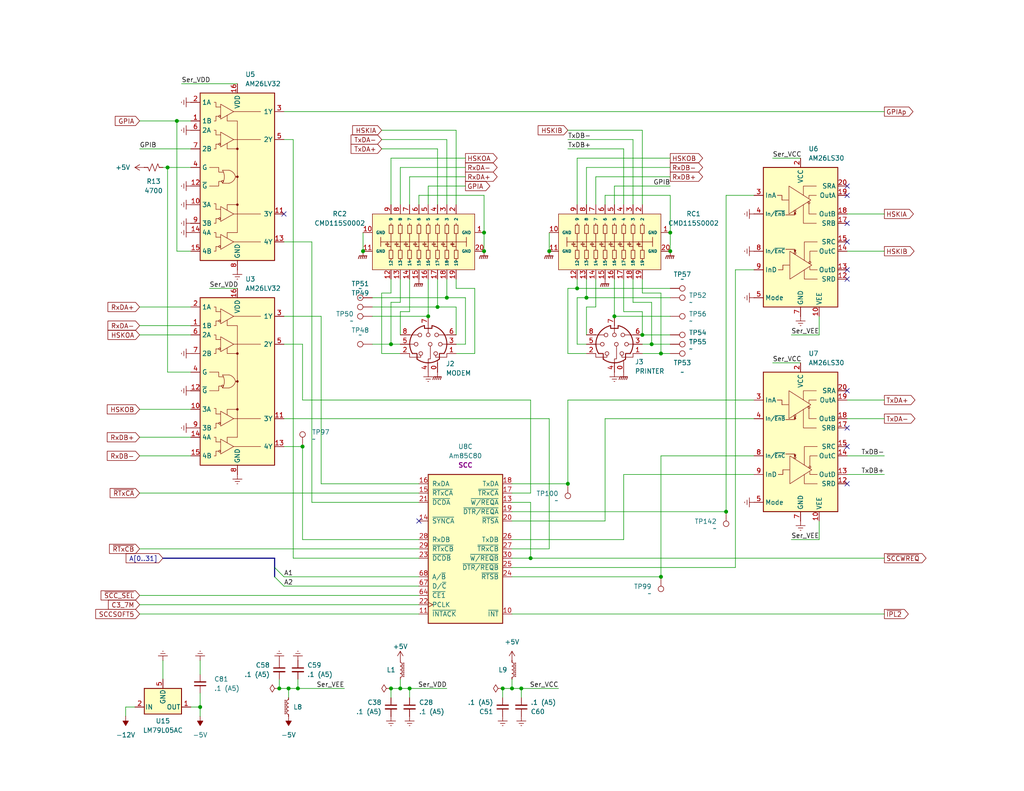
<source format=kicad_sch>
(kicad_sch (version 20250114) (generator "eeschema") (generator_version "9.0")
  (paper "USLetter")
  (title_block (title "Macintosh Classic II") (date "2025-05-29") (company "Apple Computer") (comment 1 "drawn by Bradley Bell"))
  (junction (at 81.28 187.96))
  (junction (at 182.88 68.58))
  (junction (at 121.92 81.28))
  (junction (at 139.7 187.96))
  (junction (at 132.08 63.5))
  (junction (at 116.84 86.36))
  (junction (at 167.64 86.36))
  (junction (at 132.08 68.58))
  (junction (at 76.2 187.96))
  (junction (at 182.88 63.5))
  (junction (at 180.34 96.52))
  (junction (at 154.94 132.08))
  (junction (at 175.26 91.44))
  (junction (at 137.16 187.96))
  (junction (at 119.38 83.82))
  (junction (at 106.68 93.98))
  (junction (at 106.68 187.96))
  (junction (at 111.76 187.96))
  (junction (at 160.02 81.28))
  (junction (at 54.61 193.04))
  (junction (at 82.55 121.92))
  (junction (at 45.72 45.72))
  (junction (at 142.24 187.96))
  (junction (at 177.8 93.98))
  (junction (at 149.86 68.58))
  (junction (at 99.06 68.58))
  (junction (at 198.12 139.7))
  (junction (at 180.34 157.48))
  (junction (at 109.22 187.96))
  (junction (at 144.78 152.4))
  (junction (at 157.48 78.74))
  (junction (at 78.74 187.96))
  (junction (at 48.26 33.02))
  (no_connect (at 231.14 132.08))
  (no_connect (at 231.14 50.8))
  (no_connect (at 231.14 116.84))
  (no_connect (at 231.14 76.2))
  (no_connect (at 114.3 142.24))
  (no_connect (at 231.14 60.96))
  (no_connect (at 231.14 53.34))
  (no_connect (at 231.14 66.04))
  (no_connect (at 77.47 58.42))
  (no_connect (at 231.14 106.68))
  (no_connect (at 231.14 73.66))
  (no_connect (at 231.14 121.92))
  (bus_entry (at 74.93 157.48) (size 2.54 2.54))
  (bus_entry (at 74.93 154.94) (size 2.54 2.54))
  (wire (pts (xy 109.22 85.09) (xy 111.76 85.09)))
  (wire (pts (xy 182.88 43.18) (xy 157.48 43.18)))
  (wire (pts (xy 76.2 187.96) (xy 78.74 187.96)))
  (wire (pts (xy 52.07 68.58) (xy 48.26 68.58)))
  (wire (pts (xy 139.7 187.96) (xy 142.24 187.96)))
  (wire (pts (xy 109.22 82.55) (xy 109.22 76.2)))
  (wire (pts (xy 82.55 93.98) (xy 77.47 93.98)))
  (wire (pts (xy 154.94 132.08) (xy 154.94 109.22)))
  (wire (pts (xy 139.7 167.64) (xy 241.3 167.64)))
  (wire (pts (xy 175.26 35.56) (xy 175.26 55.88)))
  (wire (pts (xy 77.47 38.1) (xy 80.01 38.1)))
  (wire (pts (xy 200.66 154.94) (xy 200.66 73.66)))
  (wire (pts (xy 165.1 55.88) (xy 165.1 53.34)))
  (wire (pts (xy 154.94 96.52) (xy 160.02 96.52)))
  (wire (pts (xy 52.07 101.6) (xy 45.72 101.6)))
  (wire (pts (xy 170.18 40.64) (xy 170.18 55.88)))
  (wire (pts (xy 182.88 96.52) (xy 180.34 96.52)))
  (wire (pts (xy 223.52 91.44) (xy 223.52 86.36)))
  (wire (pts (xy 139.7 139.7) (xy 198.12 139.7)))
  (wire (pts (xy 106.68 190.5) (xy 106.68 187.96)))
  (wire (pts (xy 160.02 83.82) (xy 162.56 83.82)))
  (wire (pts (xy 38.1 40.64) (xy 52.07 40.64)))
  (wire (pts (xy 154.94 38.1) (xy 172.72 38.1)))
  (wire (pts (xy 182.88 93.98) (xy 177.8 93.98)))
  (wire (pts (xy 44.45 185.42) (xy 44.45 180.34)))
  (wire (pts (xy 139.7 157.48) (xy 180.34 157.48)))
  (wire (pts (xy 77.47 121.92) (xy 82.55 121.92)))
  (wire (pts (xy 157.48 81.28) (xy 157.48 93.98)))
  (wire (pts (xy 175.26 80.01) (xy 175.26 76.2)))
  (wire (pts (xy 231.14 68.58) (xy 241.3 68.58)))
  (wire (pts (xy 157.48 78.74) (xy 182.88 78.74)))
  (wire (pts (xy 127 81.28) (xy 121.92 81.28)))
  (wire (pts (xy 99.06 63.5) (xy 99.06 68.58)))
  (wire (pts (xy 109.22 187.96) (xy 111.76 187.96)))
  (wire (pts (xy 129.54 96.52) (xy 129.54 78.74)))
  (wire (pts (xy 38.1 33.02) (xy 48.26 33.02)))
  (wire (pts (xy 85.09 66.04) (xy 85.09 137.16)))
  (wire (pts (xy 111.76 48.26) (xy 111.76 55.88)))
  (wire (pts (xy 139.7 185.42) (xy 139.7 187.96)))
  (wire (pts (xy 38.1 167.64) (xy 114.3 167.64)))
  (wire (pts (xy 182.88 45.72) (xy 160.02 45.72)))
  (wire (pts (xy 101.6 83.82) (xy 119.38 83.82)))
  (wire (pts (xy 215.9 147.32) (xy 223.52 147.32)))
  (wire (pts (xy 182.88 63.5) (xy 182.88 68.58)))
  (wire (pts (xy 160.02 45.72) (xy 160.02 55.88)))
  (wire (pts (xy 77.47 30.48) (xy 241.3 30.48)))
  (wire (pts (xy 144.78 134.62) (xy 139.7 134.62)))
  (wire (pts (xy 182.88 86.36) (xy 167.64 86.36)))
  (wire (pts (xy 119.38 40.64) (xy 119.38 55.88)))
  (wire (pts (xy 172.72 38.1) (xy 172.72 55.88)))
  (wire (pts (xy 144.78 109.22) (xy 144.78 134.62)))
  (wire (pts (xy 132.08 53.34) (xy 132.08 63.5)))
  (wire (pts (xy 116.84 86.36) (xy 116.84 76.2)))
  (wire (pts (xy 104.14 96.52) (xy 109.22 96.52)))
  (wire (pts (xy 38.1 134.62) (xy 114.3 134.62)))
  (wire (pts (xy 127 93.98) (xy 127 81.28)))
  (wire (pts (xy 210.82 99.06) (xy 218.44 99.06)))
  (wire (pts (xy 109.22 91.44) (xy 109.22 85.09)))
  (wire (pts (xy 149.86 114.3) (xy 149.86 149.86)))
  (wire (pts (xy 129.54 78.74) (xy 124.46 78.74)))
  (wire (pts (xy 81.28 185.42) (xy 81.28 187.96)))
  (wire (pts (xy 82.55 109.22) (xy 144.78 109.22)))
  (wire (pts (xy 154.94 109.22) (xy 205.74 109.22)))
  (wire (pts (xy 87.63 86.36) (xy 87.63 132.08)))
  (wire (pts (xy 157.48 78.74) (xy 157.48 76.2)))
  (wire (pts (xy 154.94 78.74) (xy 157.48 78.74)))
  (wire (pts (xy 154.94 40.64) (xy 170.18 40.64)))
  (wire (pts (xy 106.68 43.18) (xy 106.68 55.88)))
  (wire (pts (xy 139.7 147.32) (xy 170.18 147.32)))
  (wire (pts (xy 76.2 185.42) (xy 76.2 187.96)))
  (wire (pts (xy 215.9 91.44) (xy 223.52 91.44)))
  (wire (pts (xy 54.61 189.23) (xy 54.61 193.04)))
  (wire (pts (xy 175.26 93.98) (xy 177.8 93.98)))
  (wire (pts (xy 77.47 160.02) (xy 114.3 160.02)))
  (wire (pts (xy 81.28 187.96) (xy 78.74 187.96)))
  (wire (pts (xy 114.3 55.88) (xy 114.3 53.34)))
  (wire (pts (xy 124.46 78.74) (xy 124.46 76.2)))
  (wire (pts (xy 154.94 78.74) (xy 154.94 96.52)))
  (wire (pts (xy 170.18 129.54) (xy 205.74 129.54)))
  (wire (pts (xy 106.68 80.01) (xy 106.68 76.2)))
  (wire (pts (xy 104.14 40.64) (xy 119.38 40.64)))
  (wire (pts (xy 165.1 53.34) (xy 182.88 53.34)))
  (wire (pts (xy 106.68 82.55) (xy 109.22 82.55)))
  (wire (pts (xy 180.34 124.46) (xy 205.74 124.46)))
  (wire (pts (xy 48.26 33.02) (xy 52.07 33.02)))
  (wire (pts (xy 49.53 22.86) (xy 64.77 22.86)))
  (wire (pts (xy 85.09 137.16) (xy 114.3 137.16)))
  (wire (pts (xy 57.15 78.74) (xy 64.77 78.74)))
  (wire (pts (xy 124.46 91.44) (xy 124.46 83.82)))
  (wire (pts (xy 82.55 121.92) (xy 82.55 147.32)))
  (wire (pts (xy 180.34 96.52) (xy 180.34 80.01)))
  (wire (pts (xy 106.68 82.55) (xy 106.68 93.98)))
  (wire (pts (xy 109.22 45.72) (xy 109.22 55.88)))
  (wire (pts (xy 111.76 85.09) (xy 111.76 76.2)))
  (wire (pts (xy 127 48.26) (xy 111.76 48.26)))
  (wire (pts (xy 167.64 50.8) (xy 167.64 55.88)))
  (wire (pts (xy 124.46 83.82) (xy 119.38 83.82)))
  (wire (pts (xy 44.45 45.72) (xy 45.72 45.72)))
  (wire (pts (xy 82.55 109.22) (xy 82.55 93.98)))
  (wire (pts (xy 38.1 88.9) (xy 52.07 88.9)))
  (wire (pts (xy 172.72 82.55) (xy 172.72 76.2)))
  (wire (pts (xy 87.63 132.08) (xy 114.3 132.08)))
  (wire (pts (xy 38.1 83.82) (xy 52.07 83.82)))
  (wire (pts (xy 104.14 80.01) (xy 104.14 96.52)))
  (wire (pts (xy 127 50.8) (xy 116.84 50.8)))
  (bus (pts (xy 74.93 152.4) (xy 74.93 154.94)))
  (wire (pts (xy 38.1 165.1) (xy 114.3 165.1)))
  (wire (pts (xy 142.24 190.5) (xy 142.24 187.96)))
  (wire (pts (xy 231.14 124.46) (xy 241.3 124.46)))
  (wire (pts (xy 177.8 82.55) (xy 172.72 82.55)))
  (wire (pts (xy 142.24 187.96) (xy 152.4 187.96)))
  (wire (pts (xy 34.29 193.04) (xy 36.83 193.04)))
  (wire (pts (xy 121.92 81.28) (xy 121.92 76.2)))
  (wire (pts (xy 157.48 93.98) (xy 160.02 93.98)))
  (wire (pts (xy 38.1 124.46) (xy 52.07 124.46)))
  (wire (pts (xy 38.1 91.44) (xy 52.07 91.44)))
  (wire (pts (xy 160.02 81.28) (xy 157.48 81.28)))
  (wire (pts (xy 111.76 190.5) (xy 111.76 187.96)))
  (wire (pts (xy 177.8 93.98) (xy 177.8 82.55)))
  (wire (pts (xy 121.92 38.1) (xy 121.92 55.88)))
  (wire (pts (xy 231.14 109.22) (xy 241.3 109.22)))
  (wire (pts (xy 170.18 85.09) (xy 170.18 76.2)))
  (wire (pts (xy 109.22 185.42) (xy 109.22 187.96)))
  (wire (pts (xy 139.7 142.24) (xy 165.1 142.24)))
  (wire (pts (xy 162.56 48.26) (xy 162.56 55.88)))
  (wire (pts (xy 104.14 38.1) (xy 121.92 38.1)))
  (wire (pts (xy 170.18 147.32) (xy 170.18 129.54)))
  (wire (pts (xy 198.12 53.34) (xy 205.74 53.34)))
  (wire (pts (xy 80.01 38.1) (xy 80.01 152.4)))
  (wire (pts (xy 160.02 91.44) (xy 160.02 83.82)))
  (wire (pts (xy 182.88 48.26) (xy 162.56 48.26)))
  (wire (pts (xy 182.88 81.28) (xy 160.02 81.28)))
  (wire (pts (xy 54.61 180.34) (xy 54.61 184.15)))
  (wire (pts (xy 175.26 85.09) (xy 170.18 85.09)))
  (wire (pts (xy 116.84 50.8) (xy 116.84 55.88)))
  (wire (pts (xy 54.61 193.04) (xy 52.07 193.04)))
  (wire (pts (xy 160.02 81.28) (xy 160.02 76.2)))
  (wire (pts (xy 137.16 187.96) (xy 139.7 187.96)))
  (wire (pts (xy 180.34 157.48) (xy 180.34 124.46)))
  (wire (pts (xy 144.78 137.16) (xy 139.7 137.16)))
  (bus (pts (xy 74.93 154.94) (xy 74.93 157.48)))
  (wire (pts (xy 38.1 119.38) (xy 52.07 119.38)))
  (wire (pts (xy 101.6 93.98) (xy 106.68 93.98)))
  (wire (pts (xy 106.68 93.98) (xy 109.22 93.98)))
  (wire (pts (xy 104.14 35.56) (xy 124.46 35.56)))
  (wire (pts (xy 144.78 152.4) (xy 241.3 152.4)))
  (wire (pts (xy 157.48 43.18) (xy 157.48 55.88)))
  (wire (pts (xy 154.94 35.56) (xy 175.26 35.56)))
  (wire (pts (xy 124.46 35.56) (xy 124.46 55.88)))
  (wire (pts (xy 144.78 152.4) (xy 144.78 137.16)))
  (wire (pts (xy 210.82 43.18) (xy 218.44 43.18)))
  (wire (pts (xy 121.92 187.96) (xy 111.76 187.96)))
  (wire (pts (xy 124.46 96.52) (xy 129.54 96.52)))
  (wire (pts (xy 167.64 86.36) (xy 167.64 76.2)))
  (wire (pts (xy 77.47 66.04) (xy 85.09 66.04)))
  (wire (pts (xy 231.14 114.3) (xy 241.3 114.3)))
  (wire (pts (xy 80.01 152.4) (xy 114.3 152.4)))
  (wire (pts (xy 77.47 157.48) (xy 114.3 157.48)))
  (wire (pts (xy 34.29 195.58) (xy 34.29 193.04)))
  (wire (pts (xy 48.26 33.02) (xy 48.26 68.58)))
  (wire (pts (xy 82.55 147.32) (xy 114.3 147.32)))
  (wire (pts (xy 127 43.18) (xy 106.68 43.18)))
  (wire (pts (xy 114.3 53.34) (xy 132.08 53.34)))
  (wire (pts (xy 139.7 132.08) (xy 154.94 132.08)))
  (wire (pts (xy 231.14 58.42) (xy 241.3 58.42)))
  (bus (pts (xy 44.45 152.4) (xy 74.93 152.4)))
  (wire (pts (xy 78.74 190.5) (xy 78.74 187.96)))
  (wire (pts (xy 54.61 195.58) (xy 54.61 193.04)))
  (wire (pts (xy 77.47 114.3) (xy 149.86 114.3)))
  (wire (pts (xy 162.56 83.82) (xy 162.56 76.2)))
  (wire (pts (xy 182.88 50.8) (xy 167.64 50.8)))
  (wire (pts (xy 101.6 81.28) (xy 121.92 81.28)))
  (wire (pts (xy 124.46 93.98) (xy 127 93.98)))
  (wire (pts (xy 182.88 53.34) (xy 182.88 63.5)))
  (wire (pts (xy 149.86 63.5) (xy 149.86 68.58)))
  (wire (pts (xy 139.7 154.94) (xy 200.66 154.94)))
  (wire (pts (xy 38.1 111.76) (xy 52.07 111.76)))
  (wire (pts (xy 182.88 91.44) (xy 175.26 91.44)))
  (wire (pts (xy 45.72 101.6) (xy 45.72 45.72)))
  (wire (pts (xy 109.22 187.96) (xy 106.68 187.96)))
  (wire (pts (xy 38.1 162.56) (xy 114.3 162.56)))
  (wire (pts (xy 200.66 73.66) (xy 205.74 73.66)))
  (wire (pts (xy 175.26 96.52) (xy 180.34 96.52)))
  (wire (pts (xy 101.6 86.36) (xy 116.84 86.36)))
  (wire (pts (xy 223.52 147.32) (xy 223.52 142.24)))
  (wire (pts (xy 137.16 190.5) (xy 137.16 187.96)))
  (wire (pts (xy 165.1 114.3) (xy 165.1 142.24)))
  (wire (pts (xy 198.12 53.34) (xy 198.12 139.7)))
  (wire (pts (xy 45.72 45.72) (xy 52.07 45.72)))
  (wire (pts (xy 132.08 63.5) (xy 132.08 68.58)))
  (wire (pts (xy 77.47 86.36) (xy 87.63 86.36)))
  (wire (pts (xy 119.38 83.82) (xy 119.38 76.2)))
  (wire (pts (xy 104.14 80.01) (xy 106.68 80.01)))
  (wire (pts (xy 127 45.72) (xy 109.22 45.72)))
  (wire (pts (xy 175.26 91.44) (xy 175.26 85.09)))
  (wire (pts (xy 144.78 152.4) (xy 139.7 152.4)))
  (wire (pts (xy 149.86 149.86) (xy 139.7 149.86)))
  (wire (pts (xy 180.34 80.01) (xy 175.26 80.01)))
  (wire (pts (xy 81.28 187.96) (xy 93.98 187.96)))
  (wire (pts (xy 231.14 129.54) (xy 241.3 129.54)))
  (wire (pts (xy 38.1 149.86) (xy 114.3 149.86)))
  (wire (pts (xy 165.1 114.3) (xy 205.74 114.3)))
  (label "GPIB" (at 38.1 40.64 0))
  (label "Ser_VEE" (at 93.98 187.96 180))
  (label "Ser_VCC" (at 210.82 43.18 0))
  (label "TxDB+" (at 154.94 40.64 0))
  (label "A2" (at 77.47 160.02 0))
  (label "TxDB+" (at 241.3 129.54 180))
  (label "A1" (at 77.47 157.48 0))
  (label "Ser_VDD" (at 49.53 22.86 0))
  (label "Ser_VCC" (at 210.82 99.06 0))
  (label "Ser_VDD" (at 57.15 78.74 0))
  (label "TxDB-" (at 241.3 124.46 180))
  (label "Ser_VEE" (at 215.9 91.44 0))
  (label "Ser_VCC" (at 152.4 187.96 180))
  (label "TxDB-" (at 154.94 38.1 0))
  (label "GPIB" (at 182.88 50.8 180))
  (label "Ser_VEE" (at 215.9 147.32 0))
  (label "Ser_VDD" (at 121.92 187.96 180))
  (global_label "HSKOA" (shape input) (at 38.1 91.44 180) (property "Intersheetrefs" "${INTERSHEET_REFS}" (at 28.8857 91.44 0) (effects (justify right))))
  (global_label "RxDB+" (shape input) (at 38.1 119.38 180) (property "Intersheetrefs" "${INTERSHEET_REFS}" (at 28.7043 119.38 0) (effects (justify right))))
  (global_label "~{RTxCB}" (shape input) (at 38.1 149.86 180) (property "Intersheetrefs" "${INTERSHEET_REFS}" (at 29.3091 149.86 0) (effects (justify right))))
  (global_label "TxDA+" (shape input) (at 104.14 40.64 180) (property "Intersheetrefs" "${INTERSHEET_REFS}" (at 95.2281 40.64 0) (effects (justify right))))
  (global_label "HSKOB" (shape output) (at 182.88 43.18 0) (property "Intersheetrefs" "${INTERSHEET_REFS}" (at 192.2757 43.18 0) (effects (justify left))))
  (global_label "RxDB-" (shape input) (at 38.1 124.46 180) (property "Intersheetrefs" "${INTERSHEET_REFS}" (at 28.7043 124.46 0) (effects (justify right))))
  (global_label "HSKOB" (shape input) (at 38.1 111.76 180) (property "Intersheetrefs" "${INTERSHEET_REFS}" (at 28.7043 111.76 0) (effects (justify right))))
  (global_label "~{IPL2}" (shape output) (at 241.3 167.64 0) (property "Intersheetrefs" "${INTERSHEET_REFS}" (at 248.3976 167.64 0) (effects (justify left))))
  (global_label "HSKIB" (shape input) (at 154.94 35.56 180) (property "Intersheetrefs" "${INTERSHEET_REFS}" (at 146.27 35.56 0) (effects (justify right))))
  (global_label "TxDA+" (shape output) (at 241.3 109.22 0) (property "Intersheetrefs" "${INTERSHEET_REFS}" (at 250.2119 109.22 0) (effects (justify left))))
  (global_label "HSKIB" (shape output) (at 241.3 68.58 0) (property "Intersheetrefs" "${INTERSHEET_REFS}" (at 249.97 68.58 0) (effects (justify left))))
  (global_label "RxDB+" (shape output) (at 182.88 48.26 0) (property "Intersheetrefs" "${INTERSHEET_REFS}" (at 192.2757 48.26 0) (effects (justify left))))
  (global_label "RxDB-" (shape output) (at 182.88 45.72 0) (property "Intersheetrefs" "${INTERSHEET_REFS}" (at 192.2757 45.72 0) (effects (justify left))))
  (global_label "C3_7M" (shape input) (at 38.1 165.1 180) (property "Intersheetrefs" "${INTERSHEET_REFS}" (at 29.0068 165.1 0) (effects (justify right))))
  (global_label "HSKIA" (shape output) (at 241.3 58.42 0) (property "Intersheetrefs" "${INTERSHEET_REFS}" (at 249.7886 58.42 0) (effects (justify left))))
  (global_label "~{SCC_SEL}" (shape input) (at 38.1 162.56 180) (property "Intersheetrefs" "${INTERSHEET_REFS}" (at 27.0111 162.56 0) (effects (justify right))))
  (global_label "RxDA+" (shape output) (at 127 48.26 0) (property "Intersheetrefs" "${INTERSHEET_REFS}" (at 136.2143 48.26 0) (effects (justify left))))
  (global_label "GPIA" (shape input) (at 38.1 33.02 180) (property "Intersheetrefs" "${INTERSHEET_REFS}" (at 30.8814 33.02 0) (effects (justify right))))
  (global_label "SCCSOFT5" (shape input) (at 38.1 167.64 180) (property "Intersheetrefs" "${INTERSHEET_REFS}" (at 25.5596 167.64 0) (effects (justify right))))
  (global_label "GPIAp" (shape output) (at 241.3 30.48 0) (property "Intersheetrefs" "${INTERSHEET_REFS}" (at 249.6676 30.48 0) (effects (justify left))))
  (global_label "TxDA-" (shape input) (at 104.14 38.1 180) (property "Intersheetrefs" "${INTERSHEET_REFS}" (at 95.2281 38.1 0) (effects (justify right))))
  (global_label "RxDA-" (shape input) (at 38.1 88.9 180) (property "Intersheetrefs" "${INTERSHEET_REFS}" (at 28.8857 88.9 0) (effects (justify right))))
  (global_label "RxDA-" (shape output) (at 127 45.72 0) (property "Intersheetrefs" "${INTERSHEET_REFS}" (at 136.2143 45.72 0) (effects (justify left))))
  (global_label "~{SCCWREQ}" (shape output) (at 241.3 152.4 0) (property "Intersheetrefs" "${INTERSHEET_REFS}" (at 253.2356 152.4 0) (effects (justify left))))
  (global_label "GPIA" (shape output) (at 127 50.8 0) (property "Intersheetrefs" "${INTERSHEET_REFS}" (at 134.2186 50.8 0) (effects (justify left))))
  (global_label "HSKIA" (shape input) (at 104.14 35.56 180) (property "Intersheetrefs" "${INTERSHEET_REFS}" (at 95.6514 35.56 0) (effects (justify right))))
  (global_label "A[0..31]" (shape input) (at 44.45 152.4 180) (property "Intersheetrefs" "${INTERSHEET_REFS}" (at 33.8447 152.4 0) (effects (justify right))))
  (global_label "~{RTxCA}" (shape input) (at 38.1 134.62 180) (property "Intersheetrefs" "${INTERSHEET_REFS}" (at 29.4905 134.62 0) (effects (justify right))))
  (global_label "TxDA-" (shape output) (at 241.3 114.3 0) (property "Intersheetrefs" "${INTERSHEET_REFS}" (at 250.2119 114.3 0) (effects (justify left))))
  (global_label "HSKOA" (shape output) (at 127 43.18 0) (property "Intersheetrefs" "${INTERSHEET_REFS}" (at 136.2143 43.18 0) (effects (justify left))))
  (global_label "RxDA+" (shape input) (at 38.1 83.82 180) (property "Intersheetrefs" "${INTERSHEET_REFS}" (at 28.8857 83.82 0) (effects (justify right))))
  (symbol (lib_id "power:GNDREF") (at 205.74 58.42 270) (mirror x) (unit 1)
    (property "Reference" "#PWR0125" (effects (hide yes)))
    (property "Value" "GND" (effects (hide yes)))
    (property "Description" "Power symbol creates a global label with name \"GNDREF\" , reference supply ground" (effects (hide yes)))
  )
  (symbol (lib_id "power:GNDREF") (at 64.77 129.54 0) (unit 1)
    (property "Reference" "#PWR0159" (effects (hide yes)))
    (property "Value" "GND" (effects (hide yes)))
    (property "Description" "Power symbol creates a global label with name \"GNDREF\" , reference supply ground" (effects (hide yes)))
  )
  (symbol (lib_id "power:GNDREF") (at 205.74 81.28 270) (mirror x) (unit 1)
    (property "Reference" "#PWR0129" (effects (hide yes)))
    (property "Value" "GND" (effects (hide yes)))
    (property "Description" "Power symbol creates a global label with name \"GNDREF\" , reference supply ground" (effects (hide yes)))
  )
  (symbol (lib_id "Device:C_Small") (at 137.16 193.04 180) (unit 1)
    (property "Reference" "C51" (at 134.62 194.3038 0) (effects (justify left)))
    (property "Value" ".1 (A5)" (at 134.62 191.7638 0) (effects (justify left)))
    (property "Footprint" "MyPackage:SMD_0603_1608Metric_Pad1.52x1.02mm" (effects (hide yes)))
    (property "Description" "Unpolarized capacitor, small symbol" (effects (hide yes)))
  )
  (symbol (lib_id "Interface:AM26LV32xD") (at 64.77 48.26 0) (unit 1)
    (property "Reference" "U5" (at 66.9133 20.32 0) (effects (justify left)))
    (property "Value" "AM26LV32" (at 66.9133 22.86 0) (effects (justify left)))
    (property "Footprint" "MyPackage:SOIC-16_4.55x10.3mm_P1.27mm_oval" (effects (hide yes)))
    (property "Datasheet" "http://www.ti.com/lit/ds/symlink/am26lv32.pdf" (effects (hide yes)))
    (property "Description" "32Mbps 3.3V RS485 Quad Line Receivers, SOIC-16" (effects (hide yes)))
  )
  (symbol (lib_id "power:-5V") (at 54.61 195.58 180) (unit 1)
    (property "Reference" "#PWR0197" (effects (hide yes)))
    (property "Value" "-5V" (at 54.61 200.66 0))
    (property "Description" "Power symbol creates a global label with name \"-5V\"" (effects (hide yes)))
  )
  (symbol (lib_id "power:GNDREF") (at 52.07 55.88 270) (unit 1)
    (property "Reference" "#PWR0152" (effects (hide yes)))
    (property "Value" "GND" (effects (hide yes)))
    (property "Description" "Power symbol creates a global label with name \"GNDREF\" , reference supply ground" (effects (hide yes)))
  )
  (symbol (lib_id "power:GNDREF") (at 52.07 27.94 270) (unit 1)
    (property "Reference" "#PWR0149" (effects (hide yes)))
    (property "Value" "GND" (effects (hide yes)))
    (property "Description" "Power symbol creates a global label with name \"GNDREF\" , reference supply ground" (effects (hide yes)))
  )
  (symbol (lib_id "Device:C_Small") (at 76.2 182.88 0) (mirror y) (unit 1)
    (property "Reference" "C58" (at 73.66 181.6162 0) (effects (justify left)))
    (property "Value" ".1 (A5)" (at 73.66 184.1562 0) (effects (justify left)))
    (property "Footprint" "MyPackage:SMD_0603_1608Metric_Pad1.52x1.02mm" (effects (hide yes)))
    (property "Description" "Unpolarized capacitor, small symbol" (effects (hide yes)))
  )
  (symbol (lib_id "power:GNDPWR") (at 132.08 68.58 0) (unit 1)
    (property "Reference" "#PWR0246" (effects (hide yes)))
    (property "Value" "GNDPWR" (effects (hide yes)))
    (property "Description" "Power symbol creates a global label with name \"GNDPWR\" , global ground" (effects (hide yes)))
  )
  (symbol (lib_id "power:-12V") (at 34.29 195.58 180) (unit 1)
    (property "Reference" "#PWR0222" (effects (hide yes)))
    (property "Value" "-12V" (at 34.29 200.66 0))
    (property "Description" "Power symbol creates a global label with name \"-12V\"" (effects (hide yes)))
  )
  (symbol (lib_id "power:GNDPWR") (at 149.86 68.58 0) (unit 1)
    (property "Reference" "#PWR0247" (effects (hide yes)))
    (property "Value" "GNDPWR" (effects (hide yes)))
    (property "Description" "Power symbol creates a global label with name \"GNDPWR\" , global ground" (effects (hide yes)))
  )
  (symbol (lib_id "power:GNDREF") (at 205.74 68.58 270) (mirror x) (unit 1)
    (property "Reference" "#PWR0126" (effects (hide yes)))
    (property "Value" "GND" (effects (hide yes)))
    (property "Description" "Power symbol creates a global label with name \"GNDREF\" , reference supply ground" (effects (hide yes)))
  )
  (symbol (lib_id "power:GNDREF") (at 205.74 137.16 270) (mirror x) (unit 1)
    (property "Reference" "#PWR0146" (effects (hide yes)))
    (property "Value" "GND" (effects (hide yes)))
    (property "Description" "Power symbol creates a global label with name \"GNDREF\" , reference supply ground" (effects (hide yes)))
  )
  (symbol (lib_id "Device:L_Ferrite_Small") (at 139.7 182.88 0) (mirror x) (unit 1)
    (property "Reference" "L9" (at 138.43 182.8799 0) (effects (justify right)))
    (property "Value" "L_Ferrite_Small" (effects (hide yes)))
    (property "Footprint" "MyPackage:L_2010_5025Metric_Pad2.0x2.2mm_HandSolder" (effects (hide yes)))
    (property "Description" "Inductor with ferrite core, small symbol" (effects (hide yes)))
  )
  (symbol (lib_id "power:GNDREF") (at 52.07 116.84 270) (unit 1)
    (property "Reference" "#PWR0156" (effects (hide yes)))
    (property "Value" "GND" (effects (hide yes)))
    (property "Description" "Power symbol creates a global label with name \"GNDREF\" , reference supply ground" (effects (hide yes)))
  )
  (symbol (lib_id "MyInterface:AM26LS30JC") (at 218.44 63.5 0) (unit 1) (convert 2)
    (property "Reference" "U6" (at 220.5833 40.64 0) (effects (justify left)))
    (property "Value" "AM26LS30" (at 220.5833 43.18 0) (effects (justify left)))
    (property "Footprint" "MyPackage:PLCC-20_rounded" (effects (hide yes)))
    (property "Description" "Dual Differential RS-422 Party Line/Quad Single Ended RS-423 Line Driver" (effects (hide yes)))
  )
  (symbol (lib_name "RC_Network_1") (lib_id "AppleASIC:RC_Network") (at 116.84 66.04 180) (unit 1)
    (property "Reference" "RC2" (at 92.71 58.3865 0))
    (property "Value" "CMD115S0002" (at 92.71 60.9265 0))
    (property "Footprint" "MyPackage:SOIC-20W_7.5x12.8mm_P1.27mm_RC" (effects (hide yes)))
    (property "Description" "Generic connector, double row, 02x10, counter clockwise pin numbering scheme (similar to DIP package numbering), script generated (kicad-library-utils/schlib/autogen/connector/)" (effects (hide yes)))
  )
  (symbol (lib_id "power:GNDREF") (at 142.24 195.58 0) (mirror y) (unit 1)
    (property "Reference" "#PWR0144" (effects (hide yes)))
    (property "Value" "GND" (effects (hide yes)))
    (property "Description" "Power symbol creates a global label with name \"GNDREF\" , reference supply ground" (effects (hide yes)))
  )
  (symbol (lib_id "power:GNDREF") (at 52.07 35.56 270) (unit 1)
    (property "Reference" "#PWR0150" (effects (hide yes)))
    (property "Value" "GND" (effects (hide yes)))
    (property "Description" "Power symbol creates a global label with name \"GNDREF\" , reference supply ground" (effects (hide yes)))
  )
  (symbol (lib_id "MyConnector:Mini-DIN-8_MountingHole") (at 167.64 93.98 0) (unit 1)
    (property "Reference" "J3" (at 173.228 98.806 0) (effects (justify left)))
    (property "Value" "PRINTER" (at 173.228 101.346 0) (effects (justify left)))
    (property "Footprint" "Connector_Imports:TE_5749268-1_MINI_DIN_8_RA_Shield" (effects (hide yes)))
    (property "Datasheet" "http://service.powerdynamics.com/ec/Catalog17/Section%2011.pdf" (effects (hide yes)))
    (property "Description" "8-pin Mini-DIN connector" (effects (hide yes)))
  )
  (symbol (lib_id "Regulator_Linear:L79L05_SO8") (at 44.45 193.04 0) (unit 1)
    (property "Reference" "U15" (at 44.45 196.85 0))
    (property "Value" "LM79L05AC" (at 44.45 199.39 0))
    (property "Footprint" "MyPackage:SOIC-8_3.9x4.9mm_P1.27mm_oval" (effects (hide yes)))
    (property "Datasheet" "http://www.farnell.com/datasheets/1827870.pdf" (effects (hide yes)))
    (property "Description" "Negative 100mA -30V Linear Regulator, Fixed Output -5V, SO-8" (effects (hide yes)))
  )
  (symbol (lib_id "Device:C_Small") (at 111.76 193.04 0) (unit 1)
    (property "Reference" "C28" (at 114.3 191.7762 0) (effects (justify left)))
    (property "Value" ".1 (A5)" (at 114.3 194.3162 0) (effects (justify left)))
    (property "Footprint" "MyPackage:SMD_0603_1608Metric_Pad1.52x1.02mm" (effects (hide yes)))
    (property "Description" "Unpolarized capacitor, small symbol" (effects (hide yes)))
  )
  (symbol (lib_id "Interface:AM26LV32xD") (at 64.77 104.14 0) (unit 1)
    (property "Reference" "U3" (at 66.9133 76.2 0) (effects (justify left)))
    (property "Value" "AM26LV32" (at 66.9133 78.74 0) (effects (justify left)))
    (property "Footprint" "MyPackage:SOIC-16_4.55x10.3mm_P1.27mm_oval" (effects (hide yes)))
    (property "Datasheet" "http://www.ti.com/lit/ds/symlink/am26lv32.pdf" (effects (hide yes)))
    (property "Description" "32Mbps 3.3V RS485 Quad Line Receivers, SOIC-16" (effects (hide yes)))
  )
  (symbol (lib_id "power:GNDPWR") (at 165.1 76.2 0) (unit 1)
    (property "Reference" "#PWR0249" (effects (hide yes)))
    (property "Value" "GNDPWR" (effects (hide yes)))
    (property "Description" "Power symbol creates a global label with name \"GNDPWR\" , global ground" (effects (hide yes)))
  )
  (symbol (lib_id "power:GNDREF") (at 137.16 195.58 0) (mirror y) (unit 1)
    (property "Reference" "#PWR0132" (effects (hide yes)))
    (property "Value" "GND" (effects (hide yes)))
    (property "Description" "Power symbol creates a global label with name \"GNDREF\" , reference supply ground" (effects (hide yes)))
  )
  (symbol (lib_id "Device:C_Small") (at 106.68 193.04 0) (unit 1)
    (property "Reference" "C38" (at 104.14 191.7762 0) (effects (justify right)))
    (property "Value" ".1 (A5)" (at 104.14 194.3162 0) (effects (justify right)))
    (property "Footprint" "MyPackage:SMD_0603_1608Metric_Pad1.52x1.02mm" (effects (hide yes)))
    (property "Description" "Unpolarized capacitor, small symbol" (effects (hide yes)))
  )
  (symbol (lib_id "Connector:TestPoint") (at 101.6 93.98 90) (unit 1)
    (property "Reference" "TP48" (at 98.298 90.17 90))
    (property "Value" "~" (at 98.298 91.44 90))
    (property "Footprint" "MyPackage:TestPoint_THTPad_D1.0mm_Drill0.5mm" (effects (hide yes)))
    (property "Description" "test point" (effects (hide yes)))
  )
  (symbol (lib_id "MyConnector:Mini-DIN-8_MountingHole") (at 116.84 93.98 0) (unit 1)
    (property "Reference" "J2" (at 121.666 99.314 0) (effects (justify left)))
    (property "Value" "MODEM" (at 121.666 101.854 0) (effects (justify left)))
    (property "Footprint" "Connector_Imports:TE_5749268-1_MINI_DIN_8_RA_Shield" (effects (hide yes)))
    (property "Datasheet" "http://service.powerdynamics.com/ec/Catalog17/Section%2011.pdf" (effects (hide yes)))
    (property "Description" "8-pin Mini-DIN connector" (effects (hide yes)))
  )
  (symbol (lib_id "Connector:TestPoint") (at 182.88 96.52 270) (mirror x) (unit 1)
    (property "Reference" "TP53" (at 186.182 99.06 90))
    (property "Value" "~" (at 186.182 101.6 90))
    (property "Footprint" "MyPackage:TestPoint_THTPad_D1.0mm_Drill0.5mm" (effects (hide yes)))
    (property "Description" "test point" (effects (hide yes)))
  )
  (symbol (lib_id "Device:C_Small") (at 142.24 193.04 0) (mirror x) (unit 1)
    (property "Reference" "C60" (at 144.78 194.3038 0) (effects (justify left)))
    (property "Value" ".1 (A5)" (at 144.78 191.7638 0) (effects (justify left)))
    (property "Footprint" "MyPackage:SMD_0603_1608Metric_Pad1.52x1.02mm" (effects (hide yes)))
    (property "Description" "Unpolarized capacitor, small symbol" (effects (hide yes)))
  )
  (symbol (lib_id "Device:L_Ferrite_Small") (at 109.22 182.88 0) (mirror x) (unit 1)
    (property "Reference" "L1" (at 107.95 182.8799 0) (effects (justify right)))
    (property "Value" "L_Ferrite_Small" (effects (hide yes)))
    (property "Footprint" "MyPackage:L_2010_5025Metric_Pad2.0x2.2mm_HandSolder" (effects (hide yes)))
    (property "Description" "Inductor with ferrite core, small symbol" (effects (hide yes)))
  )
  (symbol (lib_id "MyInterface:Am85C80") (at 127 149.86 0) (unit 3)
    (property "Reference" "U8" (at 127 121.92 0))
    (property "Value" "Am85C80" (at 127 124.46 0))
    (property "Footprint" "Package_LCC:PLCC-68_24.2x24.2mm_P1.27mm" (effects (hide yes)))
    (property "Description" "SCSI, SCC Common Signals" (effects (hide yes)))
    (property "Desc2" "SCSI" (effects (hide yes)))
    (property "Desc" "SCC" (at 127 127 0) (effects (font (thickness 0.254) (bold yes))))
  )
  (symbol (lib_id "power:-5V") (at 78.74 195.58 180) (unit 1)
    (property "Reference" "#PWR0233" (effects (hide yes)))
    (property "Value" "-5V" (at 78.74 200.66 0))
    (property "Description" "Power symbol creates a global label with name \"-5V\"" (effects (hide yes)))
  )
  (symbol (lib_id "Connector:TestPoint") (at 180.34 157.48 0) (mirror x) (unit 1)
    (property "Reference" "TP99" (at 177.8 160.1469 0) (effects (justify right)))
    (property "Value" "~" (at 177.8 162.052 0) (effects (justify right)))
    (property "Footprint" "MyPackage:TestPoint_THTPad_D1.0mm_Drill0.5mm" (effects (hide yes)))
    (property "Description" "test point" (effects (hide yes)))
  )
  (symbol (lib_id "power:GNDREF") (at 44.45 180.34 0) (mirror x) (unit 1)
    (property "Reference" "#PWR0170" (effects (hide yes)))
    (property "Value" "GND" (effects (hide yes)))
    (property "Description" "Power symbol creates a global label with name \"GNDREF\" , reference supply ground" (effects (hide yes)))
  )
  (symbol (lib_id "Connector:TestPoint") (at 198.12 139.7 0) (mirror x) (unit 1)
    (property "Reference" "TP142" (at 195.58 142.3669 0) (effects (justify right)))
    (property "Value" "~" (at 195.58 144.272 0) (effects (justify right)))
    (property "Footprint" "MyPackage:TestPoint_THTPad_D1.0mm_Drill0.5mm" (effects (hide yes)))
    (property "Description" "test point" (effects (hide yes)))
  )
  (symbol (lib_id "power:GNDREF") (at 81.28 180.34 0) (mirror x) (unit 1)
    (property "Reference" "#PWR0145" (effects (hide yes)))
    (property "Value" "GND" (effects (hide yes)))
    (property "Description" "Power symbol creates a global label with name \"GNDREF\" , reference supply ground" (effects (hide yes)))
  )
  (symbol (lib_id "Connector:TestPoint") (at 182.88 93.98 270) (mirror x) (unit 1)
    (property "Reference" "TP55" (at 187.96 93.3449 90) (effects (justify left)))
    (property "Value" "~" (at 187.96 95.25 90) (effects (justify left)))
    (property "Footprint" "MyPackage:TestPoint_THTPad_D1.0mm_Drill0.5mm" (effects (hide yes)))
    (property "Description" "test point" (effects (hide yes)))
  )
  (symbol (lib_id "Device:L_Ferrite_Small") (at 78.74 193.04 0) (mirror y) (unit 1)
    (property "Reference" "L8" (at 80.01 193.0399 0) (effects (justify right)))
    (property "Value" "L_Ferrite_Small" (effects (hide yes)))
    (property "Footprint" "MyPackage:L_2010_5025Metric_Pad2.0x2.2mm_HandSolder" (effects (hide yes)))
    (property "Description" "Inductor with ferrite core, small symbol" (effects (hide yes)))
  )
  (symbol (lib_id "Connector:TestPoint") (at 182.88 78.74 270) (mirror x) (unit 1)
    (property "Reference" "TP57" (at 186.182 74.93 90))
    (property "Value" "~" (at 186.182 76.2 90))
    (property "Footprint" "MyPackage:TestPoint_THTPad_D1.0mm_Drill0.5mm" (effects (hide yes)))
    (property "Description" "test point" (effects (hide yes)))
  )
  (symbol (lib_id "Device:C_Small") (at 54.61 186.69 180) (unit 1)
    (property "Reference" "C81" (at 58.42 185.4135 0) (effects (justify right)))
    (property "Value" ".1 (A5)" (at 58.42 187.9535 0) (effects (justify right)))
    (property "Footprint" "MyPackage:SMD_0603_1608Metric_Pad1.52x1.02mm" (effects (hide yes)))
    (property "Description" "Unpolarized capacitor, small symbol" (effects (hide yes)))
  )
  (symbol (lib_id "Connector:TestPoint") (at 101.6 81.28 90) (unit 1)
    (property "Reference" "TP51" (at 98.298 77.47 90))
    (property "Value" "~" (at 98.298 78.74 90))
    (property "Footprint" "MyPackage:TestPoint_THTPad_D1.0mm_Drill0.5mm" (effects (hide yes)))
    (property "Description" "test point" (effects (hide yes)))
  )
  (symbol (lib_id "power:GNDREF") (at 52.07 96.52 270) (unit 1)
    (property "Reference" "#PWR0155" (effects (hide yes)))
    (property "Value" "GND" (effects (hide yes)))
    (property "Description" "Power symbol creates a global label with name \"GNDREF\" , reference supply ground" (effects (hide yes)))
  )
  (symbol (lib_id "power:GNDREF") (at 111.76 195.58 0) (mirror y) (unit 1)
    (property "Reference" "#PWR0171" (effects (hide yes)))
    (property "Value" "GND" (effects (hide yes)))
    (property "Description" "Power symbol creates a global label with name \"GNDREF\" , reference supply ground" (effects (hide yes)))
  )
  (symbol (lib_id "Connector:TestPoint") (at 182.88 86.36 270) (mirror x) (unit 1)
    (property "Reference" "TP56" (at 187.96 85.7249 90) (effects (justify left)))
    (property "Value" "~" (at 187.96 87.63 90) (effects (justify left)))
    (property "Footprint" "MyPackage:TestPoint_THTPad_D1.0mm_Drill0.5mm" (effects (hide yes)))
    (property "Description" "test point" (effects (hide yes)))
  )
  (symbol (lib_id "power:GNDREF") (at 76.2 180.34 0) (mirror x) (unit 1)
    (property "Reference" "#PWR0133" (effects (hide yes)))
    (property "Value" "GND" (effects (hide yes)))
    (property "Description" "Power symbol creates a global label with name \"GNDREF\" , reference supply ground" (effects (hide yes)))
  )
  (symbol (lib_id "Connector:TestPoint") (at 182.88 91.44 270) (mirror x) (unit 1)
    (property "Reference" "TP54" (at 187.96 90.8049 90) (effects (justify left)))
    (property "Value" "~" (at 187.96 92.71 90) (effects (justify left)))
    (property "Footprint" "MyPackage:TestPoint_THTPad_D1.0mm_Drill0.5mm" (effects (hide yes)))
    (property "Description" "test point" (effects (hide yes)))
  )
  (symbol (lib_id "power:GNDREF") (at 218.44 142.24 0) (mirror y) (unit 1)
    (property "Reference" "#PWR0147" (effects (hide yes)))
    (property "Value" "GND" (effects (hide yes)))
    (property "Description" "Power symbol creates a global label with name \"GNDREF\" , reference supply ground" (effects (hide yes)))
  )
  (symbol (lib_id "MyInterface:AM26LS30JC") (at 218.44 119.38 0) (unit 1) (convert 2)
    (property "Reference" "U7" (at 220.5833 96.52 0) (effects (justify left)))
    (property "Value" "AM26LS30" (at 220.5833 99.06 0) (effects (justify left)))
    (property "Footprint" "MyPackage:PLCC-20_rounded" (effects (hide yes)))
    (property "Description" "Dual Differential RS-422 Party Line/Quad Single Ended RS-423 Line Driver" (effects (hide yes)))
  )
  (symbol (lib_id "Connector:TestPoint") (at 101.6 83.82 90) (unit 1)
    (property "Reference" "TP49" (at 98.298 80.01 90))
    (property "Value" "~" (at 98.298 81.28 90))
    (property "Footprint" "MyPackage:TestPoint_THTPad_D1.0mm_Drill0.5mm" (effects (hide yes)))
    (property "Description" "test point" (effects (hide yes)))
  )
  (symbol (lib_id "power:GNDREF") (at 52.07 63.5 270) (unit 1)
    (property "Reference" "#PWR0154" (effects (hide yes)))
    (property "Value" "GND" (effects (hide yes)))
    (property "Description" "Power symbol creates a global label with name \"GNDREF\" , reference supply ground" (effects (hide yes)))
  )
  (symbol (lib_id "power:PWR_FLAG") (at 106.68 187.96 90) (unit 1)
    (property "Reference" "#FLG07" (effects (hide yes)))
    (property "Value" "PWR_FLAG" (effects (hide yes)))
    (property "Description" "Special symbol for telling ERC where power comes from" (effects (hide yes)))
  )
  (symbol (lib_id "power:GNDPWR") (at 99.06 68.58 0) (unit 1)
    (property "Reference" "#PWR0180" (effects (hide yes)))
    (property "Value" "GNDPWR" (effects (hide yes)))
    (property "Description" "Power symbol creates a global label with name \"GNDPWR\" , global ground" (effects (hide yes)))
  )
  (symbol (lib_id "Connector:TestPoint") (at 182.88 81.28 270) (mirror x) (unit 1)
    (property "Reference" "TP52" (at 187.96 80.6449 90) (effects (justify left)))
    (property "Value" "~" (at 187.96 82.55 90) (effects (justify left)))
    (property "Footprint" "MyPackage:TestPoint_THTPad_D1.0mm_Drill0.5mm" (effects (hide yes)))
    (property "Description" "test point" (effects (hide yes)))
  )
  (symbol (lib_id "power:GNDREF") (at 116.84 101.6 0) (mirror y) (unit 1)
    (property "Reference" "#PWR0217" (effects (hide yes)))
    (property "Value" "GND" (effects (hide yes)))
    (property "Description" "Power symbol creates a global label with name \"GNDREF\" , reference supply ground" (effects (hide yes)))
  )
  (symbol (lib_id "Device:R_Small_US") (at 41.91 45.72 90) (mirror x) (unit 1)
    (property "Reference" "R13" (at 41.91 49.53 90))
    (property "Value" "4700" (at 41.91 52.07 90))
    (property "Footprint" "MyPackage:SMD_0805_2012Metric_Pad1.25x1.65mm" (effects (hide yes)))
    (property "Description" "Resistor, small US symbol" (effects (hide yes)))
  )
  (symbol (lib_id "power:+5V") (at 39.37 45.72 90) (unit 1)
    (property "Reference" "#PWR0148" (effects (hide yes)))
    (property "Value" "+5V" (at 35.56 45.7199 90) (effects (justify left)))
    (property "Description" "Power symbol creates a global label with name \"+5V\"" (effects (hide yes)))
  )
  (symbol (lib_id "power:GNDREF") (at 218.44 86.36 0) (mirror y) (unit 1)
    (property "Reference" "#PWR0131" (effects (hide yes)))
    (property "Value" "GND" (effects (hide yes)))
    (property "Description" "Power symbol creates a global label with name \"GNDREF\" , reference supply ground" (effects (hide yes)))
  )
  (symbol (lib_id "power:PWR_FLAG") (at 137.16 187.96 90) (unit 1)
    (property "Reference" "#FLG08" (effects (hide yes)))
    (property "Value" "PWR_FLAG" (effects (hide yes)))
    (property "Description" "Special symbol for telling ERC where power comes from" (effects (hide yes)))
  )
  (symbol (lib_id "power:GNDREF") (at 54.61 180.34 0) (mirror x) (unit 1)
    (property "Reference" "#PWR0300" (effects (hide yes)))
    (property "Value" "GND" (effects (hide yes)))
    (property "Description" "Power symbol creates a global label with name \"GNDREF\" , reference supply ground" (effects (hide yes)))
  )
  (symbol (lib_id "power:GNDPWR") (at 114.3 76.2 0) (unit 1)
    (property "Reference" "#PWR0181" (effects (hide yes)))
    (property "Value" "GNDPWR" (effects (hide yes)))
    (property "Description" "Power symbol creates a global label with name \"GNDPWR\" , global ground" (effects (hide yes)))
  )
  (symbol (lib_id "power:PWR_FLAG") (at 76.2 187.96 90) (unit 1)
    (property "Reference" "#FLG09" (effects (hide yes)))
    (property "Value" "PWR_FLAG" (effects (hide yes)))
    (property "Description" "Special symbol for telling ERC where power comes from" (effects (hide yes)))
  )
  (symbol (lib_id "power:GNDPWR") (at 119.38 101.6 0) (unit 1)
    (property "Reference" "#PWR0218" (effects (hide yes)))
    (property "Value" "GNDPWR" (effects (hide yes)))
    (property "Description" "Power symbol creates a global label with name \"GNDPWR\" , global ground" (effects (hide yes)))
  )
  (symbol (lib_id "power:+5V") (at 109.22 180.34 0) (unit 1)
    (property "Reference" "#PWR0161" (effects (hide yes)))
    (property "Value" "+5V" (at 109.22 176.53 0))
    (property "Description" "Power symbol creates a global label with name \"+5V\"" (effects (hide yes)))
  )
  (symbol (lib_id "power:GNDREF") (at 52.07 50.8 270) (unit 1)
    (property "Reference" "#PWR0151" (effects (hide yes)))
    (property "Value" "GND" (effects (hide yes)))
    (property "Description" "Power symbol creates a global label with name \"GNDREF\" , reference supply ground" (effects (hide yes)))
  )
  (symbol (lib_id "power:GNDREF") (at 167.64 101.6 0) (mirror y) (unit 1)
    (property "Reference" "#PWR0250" (effects (hide yes)))
    (property "Value" "GND" (effects (hide yes)))
    (property "Description" "Power symbol creates a global label with name \"GNDREF\" , reference supply ground" (effects (hide yes)))
  )
  (symbol (lib_id "Connector:TestPoint") (at 154.94 132.08 0) (mirror x) (unit 1)
    (property "Reference" "TP100" (at 152.4 134.7469 0) (effects (justify right)))
    (property "Value" "~" (at 152.4 136.652 0) (effects (justify right)))
    (property "Footprint" "MyPackage:TestPoint_THTPad_D1.0mm_Drill0.5mm" (effects (hide yes)))
    (property "Description" "test point" (effects (hide yes)))
  )
  (symbol (lib_id "power:+5V") (at 139.7 180.34 0) (unit 1)
    (property "Reference" "#PWR0134" (effects (hide yes)))
    (property "Value" "+5V" (at 139.7 175.26 0))
    (property "Description" "Power symbol creates a global label with name \"+5V\"" (effects (hide yes)))
  )
  (symbol (lib_id "power:GNDREF") (at 106.68 195.58 0) (mirror y) (unit 1)
    (property "Reference" "#PWR0160" (effects (hide yes)))
    (property "Value" "GND" (effects (hide yes)))
    (property "Description" "Power symbol creates a global label with name \"GNDREF\" , reference supply ground" (effects (hide yes)))
  )
  (symbol (lib_id "Connector:TestPoint") (at 82.55 121.92 0) (unit 1)
    (property "Reference" "TP97" (at 85.09 117.9829 0) (effects (justify left)))
    (property "Value" "~" (at 85.09 119.888 0) (effects (justify left)))
    (property "Footprint" "MyPackage:TestPoint_THTPad_D1.0mm_Drill0.5mm" (effects (hide yes)))
    (property "Description" "test point" (effects (hide yes)))
  )
  (symbol (lib_id "power:GNDPWR") (at 182.88 68.58 0) (unit 1)
    (property "Reference" "#PWR0252" (effects (hide yes)))
    (property "Value" "GNDPWR" (effects (hide yes)))
    (property "Description" "Power symbol creates a global label with name \"GNDPWR\" , global ground" (effects (hide yes)))
  )
  (symbol (lib_id "AppleASIC:RC_Network") (at 167.64 66.04 180) (unit 1)
    (property "Reference" "RC1" (at 189.23 58.3865 0))
    (property "Value" "CMD115S0002" (at 189.23 60.9265 0))
    (property "Footprint" "MyPackage:SOIC-20W_7.5x12.8mm_P1.27mm_RC" (effects (hide yes)))
    (property "Description" "Generic connector, double row, 02x10, counter clockwise pin numbering scheme (similar to DIP package numbering), script generated (kicad-library-utils/schlib/autogen/connector/)" (effects (hide yes)))
  )
  (symbol (lib_id "Device:C_Small") (at 81.28 182.88 0) (unit 1)
    (property "Reference" "C59" (at 83.82 181.6162 0) (effects (justify left)))
    (property "Value" ".1 (A5)" (at 83.82 184.1562 0) (effects (justify left)))
    (property "Footprint" "MyPackage:SMD_0603_1608Metric_Pad1.52x1.02mm" (effects (hide yes)))
    (property "Description" "Unpolarized capacitor, small symbol" (effects (hide yes)))
  )
  (symbol (lib_id "Connector:TestPoint") (at 101.6 86.36 90) (unit 1)
    (property "Reference" "TP50" (at 96.52 85.7249 90) (effects (justify left)))
    (property "Value" "~" (at 96.52 87.63 90) (effects (justify left)))
    (property "Footprint" "MyPackage:TestPoint_THTPad_D1.0mm_Drill0.5mm" (effects (hide yes)))
    (property "Description" "test point" (effects (hide yes)))
  )
  (symbol (lib_id "power:GNDPWR") (at 170.18 101.6 0) (unit 1)
    (property "Reference" "#PWR0251" (effects (hide yes)))
    (property "Value" "GNDPWR" (effects (hide yes)))
    (property "Description" "Power symbol creates a global label with name \"GNDPWR\" , global ground" (effects (hide yes)))
  )
  (symbol (lib_id "power:GNDREF") (at 52.07 60.96 270) (unit 1)
    (property "Reference" "#PWR0153" (effects (hide yes)))
    (property "Value" "GND" (effects (hide yes)))
    (property "Description" "Power symbol creates a global label with name \"GNDREF\" , reference supply ground" (effects (hide yes)))
  )
  (symbol (lib_id "power:GNDREF") (at 52.07 106.68 270) (unit 1)
    (property "Reference" "#PWR0298" (effects (hide yes)))
    (property "Value" "GND" (effects (hide yes)))
    (property "Description" "Power symbol creates a global label with name \"GNDREF\" , reference supply ground" (effects (hide yes)))
  )
  (symbol (lib_id "power:GNDREF") (at 64.77 73.66 0) (unit 1)
    (property "Reference" "#PWR0158" (effects (hide yes)))
    (property "Value" "GND" (effects (hide yes)))
    (property "Description" "Power symbol creates a global label with name \"GNDREF\" , reference supply ground" (effects (hide yes)))
  )
)
</source>
